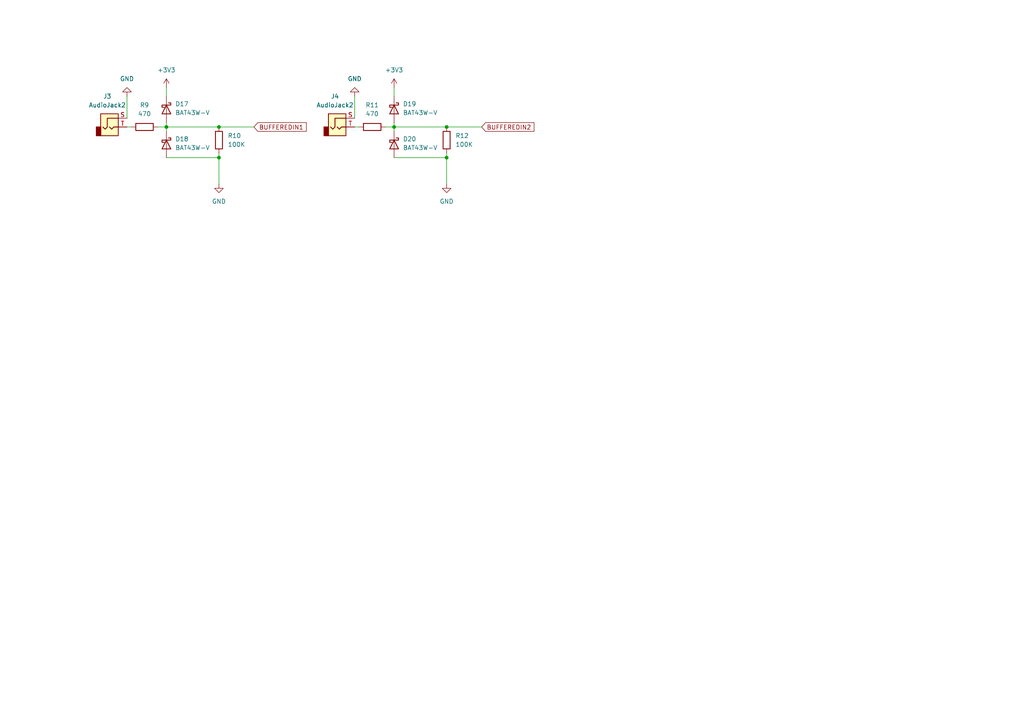
<source format=kicad_sch>
(kicad_sch (version 20211123) (generator eeschema)
  (paper "A4")
  (lib_symbols
    (symbol "Connector:AudioJack2"
      (property "Reference" "J" (at 0 8.89 0))
      (property "Value" "AudioJack2" (at 0 6.35 0))
      (symbol "AudioJack2_0_1"
        (rectangle (start -3.81 0) (end -2.54 -2.54) (stroke (width 0.254)) (fill (type outline)))
        (rectangle (start -2.54 3.81) (end 2.54 -2.54) (stroke (width 0.254)) (fill (type background)))
        (polyline (pts (xy 0 0) (xy 0.635 -0.635) (xy 1.27 0) (xy 2.54 0)) (stroke (width 0.254)))
        (polyline (pts (xy 2.54 2.54) (xy -0.635 2.54) (xy -0.635 0) (xy -1.27 -0.635) (xy -1.905 0)) (stroke (width 0.254)))
      )
      (symbol "AudioJack2_1_1"
        (pin passive line (at 5.08 2.54 180) (length 2.54) (name "~") (number "S"))
        (pin passive line (at 5.08 0 180) (length 2.54) (name "~") (number "T"))
      )
    )
    (symbol "Device:R" (pin_numbers hide) (pin_names (offset 0))
      (property "Reference" "R" (at 2.032 0 90))
      (property "Value" "R" (at 0 0 90))
      (symbol "R_0_1"
        (rectangle (start -1.016 -2.54) (end 1.016 2.54) (stroke (width 0.254)))
      )
      (symbol "R_1_1"
        (pin passive line (at 0 3.81 270) (length 1.27) (name "~") (number "1"))
        (pin passive line (at 0 -3.81 90) (length 1.27) (name "~") (number "2"))
      )
    )
    (symbol "Diode:BAT43W-V" (pin_numbers hide) (pin_names (offset 1.016) hide)
      (property "Reference" "D" (at 0 2.54 0))
      (property "Value" "BAT43W-V" (at 0 -2.54 0))
      (symbol "BAT43W-V_0_1"
        (polyline (pts (xy 1.27 0) (xy -1.27 0)))
        (polyline (pts (xy 1.27 1.27) (xy 1.27 -1.27) (xy -1.27 0) (xy 1.27 1.27)) (stroke (width 0.254)))
        (polyline (pts (xy -1.905 0.635) (xy -1.905 1.27) (xy -1.27 1.27) (xy -1.27 -1.27) (xy -0.635 -1.27) (xy -0.635 -0.635)) (stroke (width 0.254)))
      )
      (symbol "BAT43W-V_1_1"
        (pin passive line (at -3.81 0 0) (length 2.54) (name "K") (number "1"))
        (pin passive line (at 3.81 0 180) (length 2.54) (name "A") (number "2"))
      )
    )
    (symbol "power:+3V3" (power) (pin_names (offset 0))
      (property "Value" "+3V3" (at 0 3.556 0))
      (symbol "+3V3_0_1"
        (polyline (pts (xy -0.762 1.27) (xy 0 2.54)))
        (polyline (pts (xy 0 0) (xy 0 2.54)))
        (polyline (pts (xy 0 2.54) (xy 0.762 1.27)))
      )
      (symbol "+3V3_1_1"
        (pin power_in line (at 0 0 90) (length 0) hide (name "+3V3") (number "1"))
      )
    )
    (symbol "power:GND" (power) (pin_names (offset 0))
      (property "Value" "GND" (at 0 -3.81 0))
      (symbol "GND_0_1"
        (polyline (pts (xy 0 0) (xy 0 -1.27) (xy 1.27 -1.27) (xy 0 -2.54) (xy -1.27 -1.27) (xy 0 -1.27)))
      )
      (symbol "GND_1_1"
        (pin power_in line (at 0 0 270) (length 0) hide (name "GND") (number "1"))
      )
    )
  )
  (junction (at 129.54 36.83))
  (junction (at 114.3 36.83))
  (junction (at 63.5 36.83))
  (junction (at 63.5 45.72))
  (junction (at 129.54 45.72))
  (junction (at 48.26 36.83))
  (wire (pts (xy 63.5 44.45) (xy 63.5 45.72)))
  (wire (pts (xy 111.76 36.83) (xy 114.3 36.83)))
  (wire (pts (xy 48.26 45.72) (xy 63.5 45.72)))
  (wire (pts (xy 48.26 36.83) (xy 48.26 38.1)))
  (wire (pts (xy 45.72 36.83) (xy 48.26 36.83)))
  (wire (pts (xy 114.3 25.4) (xy 114.3 27.94)))
  (wire (pts (xy 102.87 34.29) (xy 102.87 27.94)))
  (wire (pts (xy 129.54 36.83) (xy 139.7 36.83)))
  (wire (pts (xy 102.87 36.83) (xy 104.14 36.83)))
  (wire (pts (xy 36.83 36.83) (xy 38.1 36.83)))
  (wire (pts (xy 48.26 25.4) (xy 48.26 27.94)))
  (wire (pts (xy 129.54 44.45) (xy 129.54 45.72)))
  (wire (pts (xy 63.5 36.83) (xy 73.66 36.83)))
  (wire (pts (xy 48.26 35.56) (xy 48.26 36.83)))
  (wire (pts (xy 36.83 34.29) (xy 36.83 27.94)))
  (wire (pts (xy 48.26 36.83) (xy 63.5 36.83)))
  (wire (pts (xy 129.54 45.72) (xy 129.54 53.34)))
  (wire (pts (xy 114.3 36.83) (xy 129.54 36.83)))
  (wire (pts (xy 114.3 45.72) (xy 129.54 45.72)))
  (wire (pts (xy 114.3 36.83) (xy 114.3 38.1)))
  (wire (pts (xy 63.5 45.72) (xy 63.5 53.34)))
  (wire (pts (xy 114.3 35.56) (xy 114.3 36.83)))
  (global_label "BUFFEREDIN2" (shape input) (at 139.7 36.83 0) (property "Intersheet References" "${INTERSHEET_REFS}" (effects hide)))
  (global_label "BUFFEREDIN1" (shape input) (at 73.66 36.83 0) (property "Intersheet References" "${INTERSHEET_REFS}" (effects hide)))
  (symbol (lib_id "Diode:BAT43W-V") (at 48.26 31.75 270) (unit 1)
    (property "Reference" "D17" (at 50.8 30.1624 90) (effects (justify left)))
    (property "Value" "BAT43W-V" (at 50.8 32.7024 90) (effects (justify left)))
    (property "Footprint" "Diode_SMD:D_SOD-123" (effects hide))
    (property "Datasheet" "http://www.vishay.com/docs/85660/bat42.pdf" (effects hide))
    (property "JLC part Number" "C19167" (effects hide))
    (property "LCSC" "C19167" (effects hide))
  )
  (symbol (lib_id "power:+3V3") (at 114.3 25.4 0) (unit 1)
    (property "Reference" "#PWR0111" (effects hide))
    (property "Value" "+3V3" (at 114.3 20.32 0))
  )
  (symbol (lib_id "Connector:AudioJack2") (at 97.79 36.83 0) (unit 1)
    (property "Reference" "J4" (at 97.155 27.94 0))
    (property "Value" "AudioJack2" (at 97.155 30.48 0))
    (property "Footprint" "Connector_Audio:Jack_3.5mm_QingPu_WQP-PJ398SM_Vertical_CircularHoles" (effects hide))
  )
  (symbol (lib_id "power:GND") (at 129.54 53.34 0) (unit 1)
    (property "Reference" "#PWR0122" (effects hide))
    (property "Value" "GND" (at 129.54 58.42 0))
  )
  (symbol (lib_id "Diode:BAT43W-V") (at 48.26 41.91 270) (unit 1)
    (property "Reference" "D18" (at 50.8 40.3224 90) (effects (justify left)))
    (property "Value" "BAT43W-V" (at 50.8 42.8624 90) (effects (justify left)))
    (property "Footprint" "Diode_SMD:D_SOD-123" (effects hide))
    (property "Datasheet" "http://www.vishay.com/docs/85660/bat42.pdf" (effects hide))
    (property "JLC part Number" "C19167" (effects hide))
    (property "LCSC" "C19167" (effects hide))
  )
  (symbol (lib_id "power:GND") (at 102.87 27.94 180) (unit 1)
    (property "Reference" "#PWR0123" (effects hide))
    (property "Value" "GND" (at 102.87 22.86 0))
  )
  (symbol (lib_id "Device:R") (at 129.54 40.64 180) (unit 1)
    (property "Reference" "R12" (at 132.08 39.3699 0) (effects (justify right)))
    (property "Value" "100K" (at 132.08 41.9099 0) (effects (justify right)))
    (property "Footprint" "Capacitor_SMD:C_0402_1005Metric" (effects hide))
    (property "JLC part Number" "C25741" (effects hide))
    (property "LCSC" "C25741" (effects hide))
  )
  (symbol (lib_id "Diode:BAT43W-V") (at 114.3 41.91 270) (unit 1)
    (property "Reference" "D20" (at 116.84 40.3224 90) (effects (justify left)))
    (property "Value" "BAT43W-V" (at 116.84 42.8624 90) (effects (justify left)))
    (property "Footprint" "Diode_SMD:D_SOD-123" (effects hide))
    (property "Datasheet" "http://www.vishay.com/docs/85660/bat42.pdf" (effects hide))
    (property "JLC part Number" "C19167" (effects hide))
    (property "LCSC" "C19167" (effects hide))
  )
  (symbol (lib_id "power:+3V3") (at 48.26 25.4 0) (unit 1)
    (property "Reference" "#PWR0107" (effects hide))
    (property "Value" "+3V3" (at 48.26 20.32 0))
  )
  (symbol (lib_id "power:GND") (at 36.83 27.94 180) (unit 1)
    (property "Reference" "#PWR0124" (effects hide))
    (property "Value" "GND" (at 36.83 22.86 0))
  )
  (symbol (lib_id "Device:R") (at 41.91 36.83 90) (unit 1)
    (property "Reference" "R9" (at 41.91 30.48 90))
    (property "Value" "470" (at 41.91 33.02 90))
    (property "Footprint" "Capacitor_SMD:C_0402_1005Metric" (effects hide))
    (property "JLC part Number" "C25117" (effects hide))
    (property "LCSC" "C25117" (effects hide))
  )
  (symbol (lib_id "Connector:AudioJack2") (at 31.75 36.83 0) (unit 1)
    (property "Reference" "J3" (at 31.115 27.94 0))
    (property "Value" "AudioJack2" (at 31.115 30.48 0))
    (property "Footprint" "Connector_Audio:Jack_3.5mm_QingPu_WQP-PJ398SM_Vertical_CircularHoles" (effects hide))
  )
  (symbol (lib_id "Device:R") (at 107.95 36.83 90) (unit 1)
    (property "Reference" "R11" (at 107.95 30.48 90))
    (property "Value" "470" (at 107.95 33.02 90))
    (property "Footprint" "Capacitor_SMD:C_0402_1005Metric" (effects hide))
    (property "JLC part Number" "C25117" (effects hide))
    (property "LCSC" "C25117" (effects hide))
  )
  (symbol (lib_id "power:GND") (at 63.5 53.34 0) (unit 1)
    (property "Reference" "#PWR0121" (effects hide))
    (property "Value" "GND" (at 63.5 58.42 0))
  )
  (symbol (lib_id "Device:R") (at 63.5 40.64 180) (unit 1)
    (property "Reference" "R10" (at 66.04 39.3699 0) (effects (justify right)))
    (property "Value" "100K" (at 66.04 41.9099 0) (effects (justify right)))
    (property "Footprint" "Capacitor_SMD:C_0402_1005Metric" (effects hide))
    (property "JLC part Number" "C25741" (effects hide))
    (property "LCSC" "C25741" (effects hide))
  )
  (symbol (lib_id "Diode:BAT43W-V") (at 114.3 31.75 270) (unit 1)
    (property "Reference" "D19" (at 116.84 30.1624 90) (effects (justify left)))
    (property "Value" "BAT43W-V" (at 116.84 32.7024 90) (effects (justify left)))
    (property "Footprint" "Diode_SMD:D_SOD-123" (effects hide))
    (property "Datasheet" "http://www.vishay.com/docs/85660/bat42.pdf" (effects hide))
    (property "JLC part Number" "C19167" (effects hide))
    (property "LCSC" "C19167" (effects hide))
  )
)
</source>
